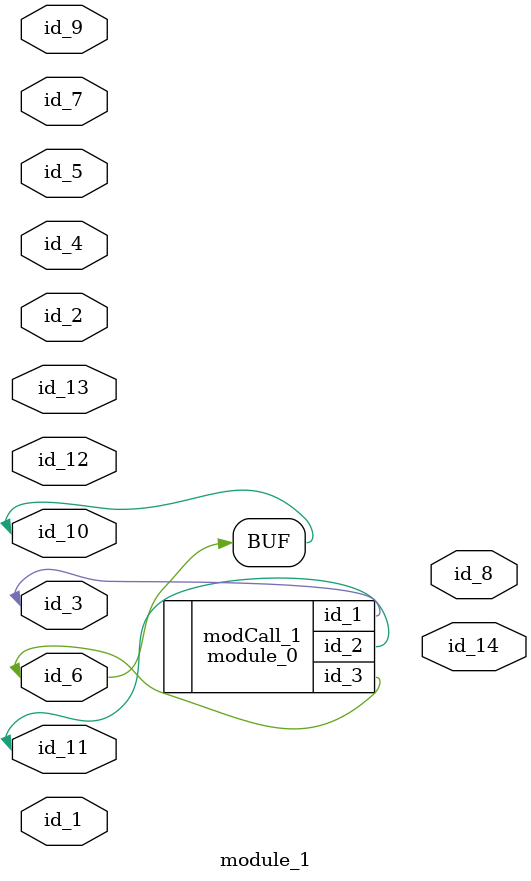
<source format=v>
module module_0 (
    id_1,
    id_2,
    id_3
);
  inout wire id_3;
  inout wire id_2;
  inout wire id_1;
endmodule
module module_1 (
    id_1,
    id_2,
    id_3,
    id_4,
    id_5,
    id_6,
    id_7,
    id_8,
    id_9,
    id_10,
    id_11,
    id_12,
    id_13,
    id_14
);
  output wire id_14;
  inout wire id_13;
  inout wire id_12;
  inout wire id_11;
  inout wire id_10;
  input wire id_9;
  output wire id_8;
  inout wire id_7;
  inout wire id_6;
  inout wire id_5;
  input wire id_4;
  inout wire id_3;
  inout wire id_2;
  input wire id_1;
  assign id_10 = (id_6);
  module_0 modCall_1 (
      id_3,
      id_11,
      id_6
  );
  wire id_15;
endmodule

</source>
